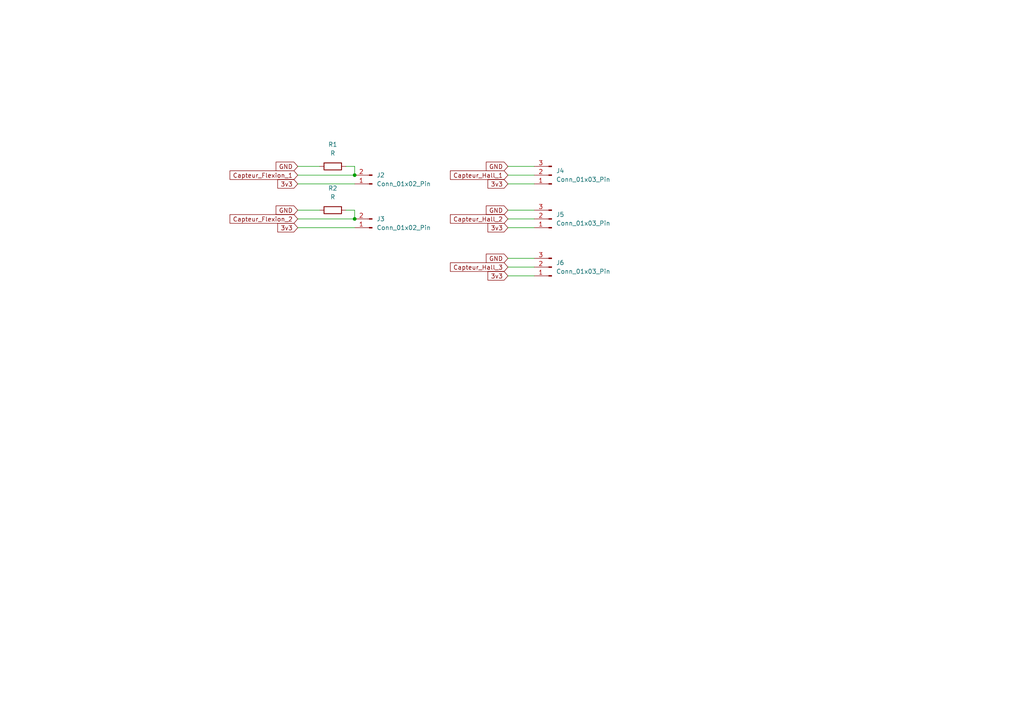
<source format=kicad_sch>
(kicad_sch (version 20231120) (generator "eeschema") (generator_version "8.0")
  (paper "A4")
  (title_block (title "Carte electronique Exodus") (company "Fablab"))
  (lib_symbols
    (symbol "Connector:Conn_01x02_Pin" (pin_names (offset 1.016) hide)
      (property "Reference" "J" (at 0 2.54 0))
      (property "Value" "Conn_01x02_Pin" (at 0 -5.08 0))
      (symbol "Conn_01x02_Pin_1_1"
        (polyline (pts (xy 1.27 -2.54) (xy 0.8636 -2.54)) (stroke (width 0.1524)))
        (polyline (pts (xy 1.27 0) (xy 0.8636 0)) (stroke (width 0.1524)))
        (rectangle (start 0.8636 -2.413) (end 0 -2.667) (stroke (width 0.1524)) (fill (type outline)))
        (rectangle (start 0.8636 0.127) (end 0 -0.127) (stroke (width 0.1524)) (fill (type outline)))
        (pin passive line (at 5.08 0 180) (length 3.81) (name "Pin_1") (number "1"))
        (pin passive line (at 5.08 -2.54 180) (length 3.81) (name "Pin_2") (number "2"))
      )
    )
    (symbol "Connector:Conn_01x03_Pin" (pin_names (offset 1.016) hide)
      (property "Reference" "J" (at 0 5.08 0))
      (property "Value" "Conn_01x03_Pin" (at 0 -5.08 0))
      (symbol "Conn_01x03_Pin_1_1"
        (polyline (pts (xy 1.27 -2.54) (xy 0.8636 -2.54)) (stroke (width 0.1524)))
        (polyline (pts (xy 1.27 0) (xy 0.8636 0)) (stroke (width 0.1524)))
        (polyline (pts (xy 1.27 2.54) (xy 0.8636 2.54)) (stroke (width 0.1524)))
        (rectangle (start 0.8636 -2.413) (end 0 -2.667) (stroke (width 0.1524)) (fill (type outline)))
        (rectangle (start 0.8636 0.127) (end 0 -0.127) (stroke (width 0.1524)) (fill (type outline)))
        (rectangle (start 0.8636 2.667) (end 0 2.413) (stroke (width 0.1524)) (fill (type outline)))
        (pin passive line (at 5.08 2.54 180) (length 3.81) (name "Pin_1") (number "1"))
        (pin passive line (at 5.08 0 180) (length 3.81) (name "Pin_2") (number "2"))
        (pin passive line (at 5.08 -2.54 180) (length 3.81) (name "Pin_3") (number "3"))
      )
    )
    (symbol "Device:R" (pin_numbers hide) (pin_names (offset 0))
      (property "Reference" "R" (at 2.032 0 90))
      (property "Value" "R" (at 0 0 90))
      (symbol "R_0_1"
        (rectangle (start -1.016 -2.54) (end 1.016 2.54) (stroke (width 0.254)))
      )
      (symbol "R_1_1"
        (pin passive line (at 0 3.81 270) (length 1.27) (name "~") (number "1"))
        (pin passive line (at 0 -3.81 90) (length 1.27) (name "~") (number "2"))
      )
    )
  )
  (junction (at 102.87 63.5))
  (junction (at 102.87 50.8))
  (wire (pts (xy 86.36 53.34) (xy 102.87 53.34)))
  (wire (pts (xy 147.32 77.47) (xy 154.94 77.47)))
  (wire (pts (xy 102.87 60.96) (xy 102.87 63.5)))
  (wire (pts (xy 102.87 48.26) (xy 102.87 50.8)))
  (wire (pts (xy 147.32 74.93) (xy 154.94 74.93)))
  (wire (pts (xy 86.36 50.8) (xy 102.87 50.8)))
  (wire (pts (xy 147.32 66.04) (xy 154.94 66.04)))
  (wire (pts (xy 100.33 48.26) (xy 102.87 48.26)))
  (wire (pts (xy 86.36 63.5) (xy 102.87 63.5)))
  (wire (pts (xy 147.32 63.5) (xy 154.94 63.5)))
  (wire (pts (xy 147.32 53.34) (xy 154.94 53.34)))
  (wire (pts (xy 147.32 60.96) (xy 154.94 60.96)))
  (wire (pts (xy 86.36 66.04) (xy 102.87 66.04)))
  (wire (pts (xy 147.32 80.01) (xy 154.94 80.01)))
  (wire (pts (xy 86.36 48.26) (xy 92.71 48.26)))
  (wire (pts (xy 86.36 60.96) (xy 92.71 60.96)))
  (wire (pts (xy 100.33 60.96) (xy 102.87 60.96)))
  (wire (pts (xy 147.32 48.26) (xy 154.94 48.26)))
  (wire (pts (xy 147.32 50.8) (xy 154.94 50.8)))
  (global_label "Capteur_Hall_3" (shape input) (at 147.32 77.47 180) (property "Intersheetrefs" "${INTERSHEET_REFS}" (effects (hide yes))))
  (global_label "GND" (shape input) (at 147.32 74.93 180) (property "Intersheetrefs" "${INTERSHEET_REFS}" (effects (hide yes))))
  (global_label "3v3" (shape input) (at 86.36 53.34 180) (property "Intersheetrefs" "${INTERSHEET_REFS}" (effects (hide yes))))
  (global_label "3v3" (shape input) (at 147.32 53.34 180) (property "Intersheetrefs" "${INTERSHEET_REFS}" (effects (hide yes))))
  (global_label "Capteur_Hall_1" (shape input) (at 147.32 50.8 180) (property "Intersheetrefs" "${INTERSHEET_REFS}" (effects (hide yes))))
  (global_label "Capteur_Flexion_2" (shape input) (at 86.36 63.5 180) (property "Intersheetrefs" "${INTERSHEET_REFS}" (effects (hide yes))))
  (global_label "3v3" (shape input) (at 147.32 66.04 180) (property "Intersheetrefs" "${INTERSHEET_REFS}" (effects (hide yes))))
  (global_label "Capteur_Hall_2" (shape input) (at 147.32 63.5 180) (property "Intersheetrefs" "${INTERSHEET_REFS}" (effects (hide yes))))
  (global_label "GND" (shape input) (at 147.32 60.96 180) (property "Intersheetrefs" "${INTERSHEET_REFS}" (effects (hide yes))))
  (global_label "3v3" (shape input) (at 147.32 80.01 180) (property "Intersheetrefs" "${INTERSHEET_REFS}" (effects (hide yes))))
  (global_label "GND" (shape input) (at 86.36 60.96 180) (property "Intersheetrefs" "${INTERSHEET_REFS}" (effects (hide yes))))
  (global_label "GND" (shape input) (at 86.36 48.26 180) (property "Intersheetrefs" "${INTERSHEET_REFS}" (effects (hide yes))))
  (global_label "3v3" (shape input) (at 86.36 66.04 180) (property "Intersheetrefs" "${INTERSHEET_REFS}" (effects (hide yes))))
  (global_label "Capteur_Flexion_1" (shape input) (at 86.36 50.8 180) (property "Intersheetrefs" "${INTERSHEET_REFS}" (effects (hide yes))))
  (global_label "GND" (shape input) (at 147.32 48.26 180) (property "Intersheetrefs" "${INTERSHEET_REFS}" (effects (hide yes))))
  (symbol (lib_id "Connector:Conn_01x03_Pin") (at 160.02 77.47 180) (unit 1)
    (property "Reference" "J6" (at 161.29 76.1999 0) (effects (justify right)))
    (property "Value" "Conn_01x03_Pin" (at 161.29 78.7399 0) (effects (justify right)))
    (property "Footprint" "Connector_PinHeader_2.54mm:PinHeader_1x03_P2.54mm_Horizontal" (effects (hide yes)))
    (property "Description" "Generic connector, single row, 01x03, script generated" (effects (hide yes)))
  )
  (symbol (lib_id "Device:R") (at 96.52 60.96 90) (unit 1)
    (property "Reference" "R2" (at 96.52 54.61 90))
    (property "Value" "R" (at 96.52 57.15 90))
    (property "Footprint" "Resistor_THT:R_Axial_DIN0207_L6.3mm_D2.5mm_P7.62mm_Horizontal" (effects (hide yes)))
    (property "Description" "Resistor" (effects (hide yes)))
  )
  (symbol (lib_id "Device:R") (at 96.52 48.26 90) (unit 1)
    (property "Reference" "R1" (at 96.52 41.91 90))
    (property "Value" "R" (at 96.52 44.45 90))
    (property "Footprint" "Resistor_THT:R_Axial_DIN0207_L6.3mm_D2.5mm_P7.62mm_Horizontal" (effects (hide yes)))
    (property "Description" "Resistor" (effects (hide yes)))
  )
  (symbol (lib_id "Connector:Conn_01x02_Pin") (at 107.95 66.04 180) (unit 1)
    (property "Reference" "J3" (at 109.22 63.4999 0) (effects (justify right)))
    (property "Value" "Conn_01x02_Pin" (at 109.22 66.0399 0) (effects (justify right)))
    (property "Footprint" "Connector_PinHeader_2.54mm:PinHeader_1x02_P2.54mm_Horizontal" (effects (hide yes)))
    (property "Description" "Generic connector, single row, 01x02, script generated" (effects (hide yes)))
  )
  (symbol (lib_id "Connector:Conn_01x02_Pin") (at 107.95 53.34 180) (unit 1)
    (property "Reference" "J2" (at 109.22 50.7999 0) (effects (justify right)))
    (property "Value" "Conn_01x02_Pin" (at 109.22 53.3399 0) (effects (justify right)))
    (property "Footprint" "Connector_PinHeader_2.54mm:PinHeader_1x02_P2.54mm_Horizontal" (effects (hide yes)))
    (property "Description" "Generic connector, single row, 01x02, script generated" (effects (hide yes)))
  )
  (symbol (lib_id "Connector:Conn_01x03_Pin") (at 160.02 50.8 180) (unit 1)
    (property "Reference" "J4" (at 161.29 49.5299 0) (effects (justify right)))
    (property "Value" "Conn_01x03_Pin" (at 161.29 52.0699 0) (effects (justify right)))
    (property "Footprint" "Connector_PinHeader_2.54mm:PinHeader_1x03_P2.54mm_Horizontal" (effects (hide yes)))
    (property "Description" "Generic connector, single row, 01x03, script generated" (effects (hide yes)))
  )
  (symbol (lib_id "Connector:Conn_01x03_Pin") (at 160.02 63.5 180) (unit 1)
    (property "Reference" "J5" (at 161.29 62.2299 0) (effects (justify right)))
    (property "Value" "Conn_01x03_Pin" (at 161.29 64.7699 0) (effects (justify right)))
    (property "Footprint" "Connector_PinHeader_2.54mm:PinHeader_1x03_P2.54mm_Horizontal" (effects (hide yes)))
    (property "Description" "Generic connector, single row, 01x03, script generated" (effects (hide yes)))
  )
)
</source>
